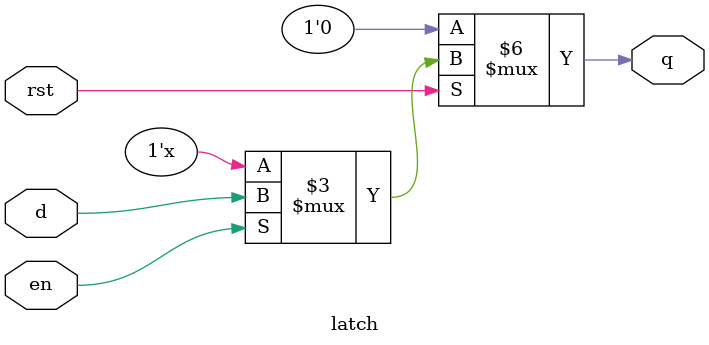
<source format=v>
module latch(q, d, rst, en);
	input d, rst, en;
	output reg q;
	
	always @ (d or rst or en) begin
		if(!rst)
			q <= 0;
		else begin
			if(en)
				q <= d;
		end
	end
	
endmodule

</source>
